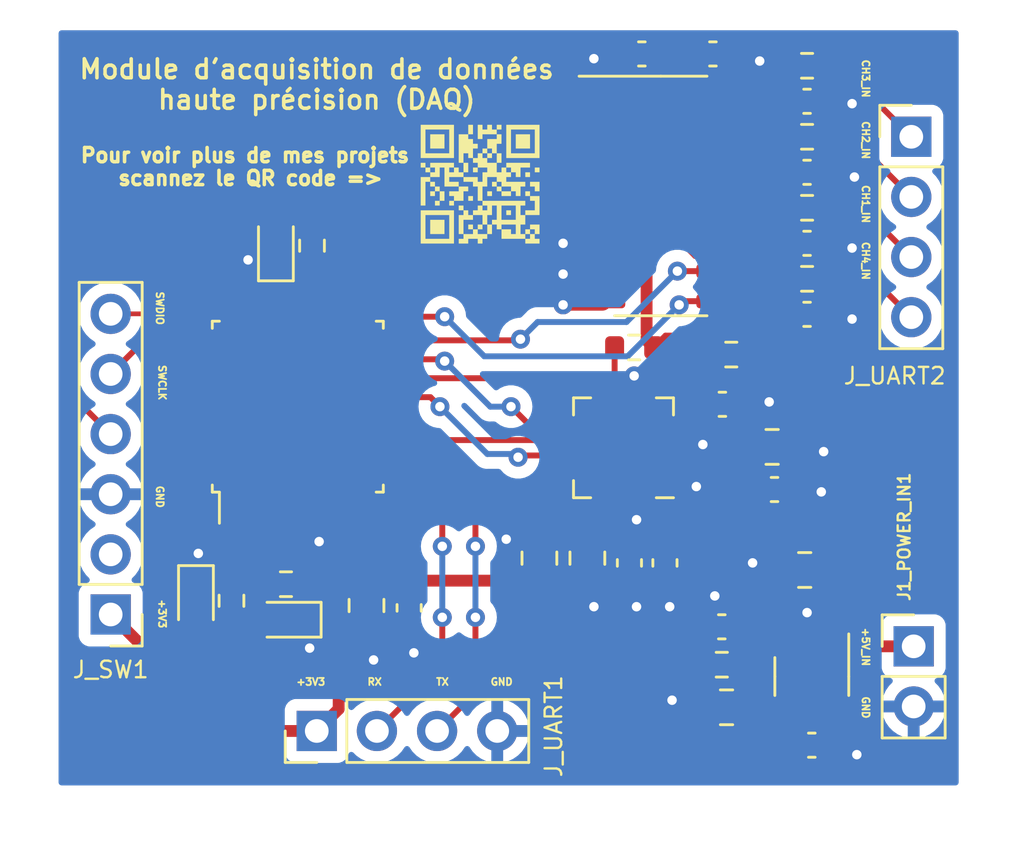
<source format=kicad_pcb>
(kicad_pcb (version 20221018) (generator pcbnew)
  (layers (0 "F.Cu" signal) (31 "B.Cu" signal) (34 "B.Paste" user) (35 "F.Paste" user) (36 "B.SilkS" user "B.Silkscreen") (37 "F.SilkS" user "F.Silkscreen") (38 "B.Mask" user) (39 "F.Mask" user) (44 "Edge.Cuts" user))
  (net 0 "")
  (net 1 "+3V3_DIG")
  (net 2 "GND")
  (net 3 "+3V3_ANA")
  (net 4 "Net-(U3-REFIO)")
  (net 5 "Net-(U3-REFCAP)")
  (net 6 "Net-(U3-AIN_P)")
  (net 7 "CH1_FILT")
  (net 8 "CH2_FILT")
  (net 9 "CH3_FILT")
  (net 10 "CH4_FILT")
  (net 11 "Net-(U1-BP)")
  (net 12 "+5V_IN")
  (net 13 "Net-(D1-A)")
  (net 14 "Net-(D2-A)")
  (net 15 "Net-(D3-A)")
  (net 17 "Net-(J_SW1-Pin_4)")
  (net 18 "Net-(J_SW1-Pin_5)")
  (net 19 "Net-(J_SW1-Pin_6)")
  (net 20 "Net-(J_UART1-Pin_2)")
  (net 21 "Net-(J_UART1-Pin_3)")
  (net 22 "Net-(U2-PC6)")
  (net 23 "Net-(U2-PC14)")
  (net 24 "Net-(U2-PC15)")
  (net 25 "MUX_OUT")
  (net 26 "Net-(U3-~{RST})")
  (net 27 "CH1_IN")
  (net 28 "CH2_IN")
  (net 29 "CH3_IN")
  (net 30 "CH4_IN")
  (net 36 "SPI_SCK")
  (net 37 "SPI_MISO")
  (net 38 "SPI_MOSI")
  (net 39 "SPI_CS_ADC")
  (net 40 "MUX_S0")
  (net 41 "MUX_S1")
  (footprint "Capacitor_SMD:C_0805_2012Metric" (layer "F.Cu") (at 123.325 95.4 -90)
    (fp_text reference "C7" hide)
    (fp_text value "4.7 µF")
  )
  (footprint "Capacitor_SMD:C_0603_1608Metric" (layer "F.Cu") (at 115.8 97.5 90)
    (fp_text reference "C1" hide)
    (fp_text value "100 nF")
  )
  (footprint "Package_TO_SOT_SMD:SOT-23-5" (layer "F.Cu") (at 132.8 100.4 -90)
    (fp_text reference "U1" hide)
    (fp_text value "LT1763‑3.3")
  )
  (footprint "Capacitor_SMD:C_0603_1608Metric" (layer "F.Cu") (at 132.6 76.1 180)
    (fp_text reference "C13" hide)
    (fp_text value "100 nF")
  )
  (footprint "Connector_PinHeader_2.54mm:PinHeader_1x04_P2.54mm_Vertical" (layer "F.Cu") (at 137 77.6)
    (fp_text reference "J_UART2")
    (fp_text value "Conn_01x04")
  )
  (footprint "Capacitor_SMD:C_0603_1608Metric" (layer "F.Cu") (at 126.6 95.6 90)
    (fp_text reference "C8" hide)
    (fp_text value "100 nF")
  )
  (footprint "Capacitor_SMD:C_0805_2012Metric" (layer "F.Cu") (at 114 97.4 -90)
    (fp_text reference "C0" hide)
    (fp_text value "4.7 µF")
  )
  (footprint "Capacitor_SMD:C_0603_1608Metric" (layer "F.Cu") (at 125.1 95.6 -90)
    (fp_text reference "C2" hide)
    (fp_text value "100 nF")
  )
  (footprint "Connector_PinHeader_2.54mm:PinHeader_1x04_P2.54mm_Vertical" (layer "F.Cu") (at 111.9 102.7 90)
    (fp_text reference "J_UART1")
    (fp_text value "Conn_01x04")
  )
  (footprint "Capacitor_SMD:C_0603_1608Metric" (layer "F.Cu") (at 128.625 74.1 180)
    (fp_text reference "Cdec1" hide)
    (fp_text value "100 nF")
  )
  (footprint "Resistor_SMD:R_0603_1608Metric" (layer "F.Cu") (at 111.7 82.2 -90)
    (fp_text reference "R1" hide)
    (fp_text value "1 kΩ")
  )
  (footprint "Connector_PinHeader_2.54mm:PinHeader_1x02_P2.54mm_Vertical" (layer "F.Cu") (at 137.1 99.125)
    (fp_text reference "J1_POWER_IN1")
    (fp_text value "Conn_01x02")
  )
  (footprint "Capacitor_SMD:C_0603_1608Metric" (layer "F.Cu") (at 131.225 92.5)
    (fp_text reference "C3" hide)
    (fp_text value "100 nF")
  )
  (footprint "Capacitor_SMD:C_0805_2012Metric" (layer "F.Cu") (at 129.2 101.7 180)
    (fp_text reference "COUT1" hide)
    (fp_text value "10 µF")
  )
  (footprint "Resistor_SMD:R_0603_1608Metric" (layer "F.Cu") (at 108.3 97.2 90)
    (fp_text reference "R2" hide)
    (fp_text value "1 kΩ")
  )
  (footprint "Connector_PinHeader_2.54mm:PinHeader_1x06_P2.54mm_Vertical" (layer "F.Cu") (at 103.2 97.78 180)
    (fp_text reference "J_SW1")
    (fp_text value "Conn_01x06")
  )
  (footprint "Capacitor_SMD:C_0603_1608Metric" (layer "F.Cu") (at 132.6 85.1 180)
    (fp_text reference "C14" hide)
    (fp_text value "100 nF")
  )
  (footprint "Capacitor_SMD:C_0603_1608Metric" (layer "F.Cu") (at 132.6 82.1 180)
    (fp_text reference "C11" hide)
    (fp_text value "100 nF")
  )
  (footprint "Resistor_SMD:R_0603_1608Metric" (layer "F.Cu") (at 129.4 86.8 180)
    (fp_text reference "R4" hide)
    (fp_text value "33 Ω")
  )
  (footprint "Resistor_SMD:R_0603_1608Metric" (layer "F.Cu") (at 132.6 83.6 180)
    (fp_text reference "R9" hide)
    (fp_text value "1 kΩ")
  )
  (footprint "LED_SMD:LED_0603_1608Metric" (layer "F.Cu") (at 110.6 98 180)
    (fp_text reference "D3" hide)
    (fp_text value "LED")
  )
  (footprint "LED_SMD:LED_0603_1608Metric" (layer "F.Cu") (at 106.8 97.2 -90)
    (fp_text reference "D2" hide)
    (fp_text value "LED")
  )
  (footprint "LED_SMD:LED_0603_1608Metric" (layer "F.Cu") (at 110.175 82.2 90)
    (fp_text reference "D1" hide)
    (fp_text value "LED")
  )
  (footprint "Capacitor_SMD:C_0603_1608Metric" (layer "F.Cu") (at 132.6 79.1 180)
    (fp_text reference "C12" hide)
    (fp_text value "100 nF")
  )
  (footprint "Resistor_SMD:R_0603_1608Metric" (layer "F.Cu") (at 132.6 77.6 180)
    (fp_text reference "R7" hide)
    (fp_text value "1 kΩ")
  )
  (footprint "Resistor_SMD:R_0603_1608Metric" (layer "F.Cu") (at 125.3 86.5)
    (fp_text reference "R5" hide)
    (fp_text value "10 kΩ")
  )
  (footprint "Resistor_SMD:R_0603_1608Metric" (layer "F.Cu") (at 110.6 96.5)
    (fp_text reference "R3" hide)
    (fp_text value "1 kΩ")
  )
  (footprint "Capacitor_SMD:C_0805_2012Metric" (layer "F.Cu") (at 121.3 95.4 90)
    (fp_text reference "C5" hide)
    (fp_text value "10 µF")
  )
  (footprint "Capacitor_SMD:C_0603_1608Metric" (layer "F.Cu") (at 132.8 103.3)
    (fp_text reference "CBYP1" hide)
    (fp_text value "10 nF")
  )
  (footprint "Resistor_SMD:R_0603_1608Metric" (layer "F.Cu") (at 132.6 74.6 180)
    (fp_text reference "R8" hide)
    (fp_text value "1 kΩ")
  )
  (footprint "Capacitor_SMD:C_0805_2012Metric" (layer "F.Cu") (at 131.125 90.7 180)
    (fp_text reference "C6" hide)
    (fp_text value "4.7 µF")
  )
  (footprint "Package_DFN_QFN:QFN-16-1EP_4x4mm_P0.65mm_EP2.7x2.7mm" (layer "F.Cu") (at 124.85 90.7375 180)
    (fp_text reference "U3" hide)
    (fp_text value "ADS8681RUM")
  )
  (footprint "Capacitor_SMD:C_0805_2012Metric" (layer "F.Cu") (at 132.5 95.9 180)
    (fp_text reference "CIN1" hide)
    (fp_text value "1 µF ")
  )
  (footprint "Capacitor_SMD:C_0603_1608Metric" (layer "F.Cu") (at 125.625 74.1 180)
    (fp_text reference "C10" hide)
    (fp_text value "100 nF")
  )
  (footprint "Package_QFP:LQFP-32_7x7mm_P0.8mm" (layer "F.Cu") (at 111.1 89 90)
    (fp_text reference "U2" hide)
    (fp_text value "STM32G0B1KBTx")
  )
  (footprint "Package_SO:SOIC-16_3.9x9.9mm_P1.27mm" (layer "F.Cu") (at 126.425 80.1)
    (fp_text reference "U5" hide)
    (fp_text value "CD4052B")
  )
  (footprint "Resistor_SMD:R_0603_1608Metric" (layer "F.Cu") (at 129 99.9 180)
    (fp_text reference "FB1" hide)
    (fp_text value "FerriteBead")
  )
  (footprint "Capacitor_SMD:C_0603_1608Metric" (layer "F.Cu") (at 129 98.3)
    (fp_text reference "C4" hide)
    (fp_text value "100 nF")
  )
  (footprint "Capacitor_SMD:C_0603_1608Metric" (layer "F.Cu") (at 129.025 88.9 180)
    (fp_text reference "C9" hide)
    (fp_text value "220 pF")
  )
  (footprint "Resistor_SMD:R_0603_1608Metric" (layer "F.Cu") (at 132.6 80.6 180)
    (fp_text reference "R6" hide)
    (fp_text value "1 kΩ")
  )
  (gr_poly (pts (xy 121.305573 80.90627) (xy 120.703483 80.90627) (xy 120.703483 80.705573) (xy 121.104877 80.705573) (xy 121.104877 80.30418) (xy 120.90418 80.30418) (xy 120.90418 80.103483) (xy 121.305573 80.103483)) (fill solid) (layer "F.SilkS"))
  (gr_poly (pts (xy 121.305573 79.1) (xy 121.104877 79.1) (xy 121.104877 78.899304) (xy 121.305573 78.899304)) (fill solid) (layer "F.SilkS"))
  (gr_poly (pts (xy 118.495821 77.494428) (xy 118.295124 77.494428) (xy 118.295124 77.093035) (xy 118.495821 77.093035)) (fill solid) (layer "F.SilkS"))
  (gr_poly (pts (xy 116.890248 80.103483) (xy 116.689552 80.103483) (xy 116.689552 79.902787) (xy 116.890248 79.902787)) (fill solid) (layer "F.SilkS"))
  (gr_poly (pts (xy 117.693035 78.899304) (xy 117.492338 78.899304) (xy 117.492338 79.1) (xy 117.693035 79.1) (xy 117.693035 78.899304) (xy 117.893731 78.899304) (xy 117.893731 79.1) (xy 118.094428 79.1) (xy 118.094428 79.300697) (xy 117.492338 79.300697) (xy 117.492338 79.501393) (xy 117.893731 79.501393) (xy 117.893731 79.70209) (xy 117.291641 79.70209) (xy 117.291641 78.899304) (xy 117.090945 78.899304) (xy 117.090945 79.300697) (xy 116.689552 79.300697) (xy 116.689552 79.1) (xy 116.488855 79.1) (xy 116.488855 78.899304) (xy 116.689552 78.899304) (xy 116.689552 79.1) (xy 116.890248 79.1) (xy 116.890248 78.899304) (xy 116.689552 78.899304) (xy 116.689552 78.698607) (xy 117.693035 78.698607)) (fill solid) (layer "F.SilkS"))
  (gr_poly (pts (xy 120.703483 80.504876) (xy 120.502787 80.504876) (xy 120.502787 80.90627) (xy 120.703483 80.90627) (xy 120.703483 81.307663) (xy 120.502787 81.307663) (xy 120.502787 81.709056) (xy 120.703483 81.709056) (xy 120.703483 81.909753) (xy 120.90418 81.909753) (xy 120.90418 81.709056) (xy 120.703483 81.709056) (xy 120.703483 81.508359) (xy 120.90418 81.508359) (xy 120.90418 81.709056) (xy 121.104877 81.709056) (xy 121.104877 81.508359) (xy 120.90418 81.508359) (xy 120.90418 81.307663) (xy 121.305573 81.307663) (xy 121.305573 81.709056) (xy 121.104877 81.709056) (xy 121.104877 81.909753) (xy 121.305573 81.909753) (xy 121.305573 82.110449) (xy 120.703483 82.110449) (xy 120.703483 81.909753) (xy 119.7 81.909753) (xy 119.7 81.508359) (xy 120.101394 81.508359) (xy 120.101394 81.709056) (xy 120.30209 81.709056) (xy 120.30209 81.307663) (xy 119.7 81.307663) (xy 119.7 81.508359) (xy 119.499304 81.508359) (xy 119.499304 81.307663) (xy 119.298607 81.307663) (xy 119.298607 81.709056) (xy 119.097911 81.709056) (xy 119.097911 81.909753) (xy 118.897214 81.909753) (xy 118.897214 82.110449) (xy 118.696517 82.110449) (xy 118.696517 81.909753) (xy 118.295124 81.909753) (xy 118.295124 82.110449) (xy 117.893731 82.110449) (xy 117.893731 81.909753) (xy 118.094428 81.909753) (xy 118.094428 81.709056) (xy 118.495821 81.709056) (xy 118.495821 81.508359) (xy 118.696517 81.508359) (xy 118.696517 81.709056) (xy 119.097911 81.709056) (xy 119.097911 81.307663) (xy 119.298607 81.307663) (xy 119.298607 81.106966) (xy 119.499304 81.106966) (xy 119.499304 80.504876) (xy 119.7 80.504876) (xy 119.7 81.106966) (xy 120.30209 81.106966) (xy 120.30209 80.504876) (xy 119.7 80.504876) (xy 119.499304 80.504876) (xy 119.298607 80.504876) (xy 119.298607 80.90627) (xy 119.097911 80.90627) (xy 119.097911 81.307663) (xy 118.897214 81.307663) (xy 118.897214 80.90627) (xy 118.495821 80.90627) (xy 118.495821 81.106966) (xy 118.094428 81.106966) (xy 118.094428 81.709056) (xy 117.893731 81.709056) (xy 117.893731 80.90627) (xy 118.094428 80.90627) (xy 118.094428 80.705573) (xy 118.295124 80.705573) (xy 118.295124 80.90627) (xy 118.495821 80.90627) (xy 118.495821 80.705573) (xy 118.696517 80.705573) (xy 118.696517 80.504876) (xy 118.897214 80.504876) (xy 118.897214 80.705573) (xy 119.097911 80.705573) (xy 119.097911 80.504876) (xy 118.897214 80.504876) (xy 118.897214 80.30418) (xy 120.703483 80.30418)) (fill solid) (layer "F.SilkS"))
  (gr_poly (pts (xy 120.90418 79.300697) (xy 120.703483 79.300697) (xy 120.703483 79.1) (xy 120.90418 79.1)) (fill solid) (layer "F.SilkS"))
  (gr_poly (pts (xy 121.305573 78.497911) (xy 119.900697 78.497911) (xy 119.900697 77.293731) (xy 120.101394 77.293731) (xy 120.101394 78.297214) (xy 121.104876 78.297214) (xy 121.104876 77.293731) (xy 120.101394 77.293731) (xy 119.900697 77.293731) (xy 119.900697 77.093035) (xy 121.305573 77.093035)) (fill solid) (layer "F.SilkS"))
  (gr_poly (pts (xy 121.305573 79.902787) (xy 121.104877 79.902787) (xy 121.104877 79.70209) (xy 120.90418 79.70209) (xy 120.90418 79.501393) (xy 121.305573 79.501393)) (fill solid) (layer "F.SilkS"))
  (gr_poly (pts (xy 118.094428 80.705573) (xy 117.893731 80.705573) (xy 117.893731 80.504876) (xy 118.094428 80.504876)) (fill solid) (layer "F.SilkS"))
  (gr_poly (pts (xy 116.890248 79.70209) (xy 116.689552 79.70209) (xy 116.689552 79.501393) (xy 116.890248 79.501393)) (fill solid) (layer "F.SilkS"))
  (gr_poly (pts (xy 118.897214 81.508359) (xy 118.696517 81.508359) (xy 118.696517 81.307663) (xy 118.897214 81.307663)) (fill solid) (layer "F.SilkS"))
  (gr_poly (pts (xy 120.90418 80.103483) (xy 120.703483 80.103483) (xy 120.703483 79.902787) (xy 120.90418 79.902787)) (fill solid) (layer "F.SilkS"))
  (gr_poly (pts (xy 116.689552 79.501393) (xy 116.488855 79.501393) (xy 116.488855 80.504876) (xy 116.288159 80.504876) (xy 116.288159 79.300697) (xy 116.689552 79.300697)) (fill solid) (layer "F.SilkS"))
  (gr_poly (pts (xy 119.298607 80.103483) (xy 119.097911 80.103483) (xy 119.097911 79.902787) (xy 119.298607 79.902787)) (fill solid) (layer "F.SilkS"))
  (gr_poly (pts (xy 118.295124 79.1) (xy 118.094428 79.1) (xy 118.094428 78.698607) (xy 118.295124 78.698607)) (fill solid) (layer "F.SilkS"))
  (gr_poly (pts (xy 119.7 77.895821) (xy 119.499304 77.895821) (xy 119.499304 78.297214) (xy 119.298607 78.297214) (xy 119.298607 78.096517) (xy 119.097911 78.096517) (xy 119.097911 78.297214) (xy 118.897214 78.297214) (xy 118.897214 78.497911) (xy 119.097911 78.497911) (xy 119.097911 78.698607) (xy 119.499304 78.698607) (xy 119.499304 78.297214) (xy 119.7 78.297214) (xy 119.7 78.698607) (xy 119.499304 78.698607) (xy 119.499304 79.1) (xy 119.7 79.1) (xy 119.7 78.899304) (xy 119.900697 78.899304) (xy 119.900697 79.1) (xy 120.101394 79.1) (xy 120.101394 78.899304) (xy 119.900697 78.899304) (xy 119.900697 78.698607) (xy 120.90418 78.698607) (xy 120.90418 78.899304) (xy 120.502787 78.899304) (xy 120.502787 79.300697) (xy 120.30209 79.300697) (xy 120.30209 79.1) (xy 120.101394 79.1) (xy 120.101394 79.300697) (xy 119.900697 79.300697) (xy 119.900697 79.501393) (xy 120.703483 79.501393) (xy 120.703483 79.70209) (xy 120.502787 79.70209) (xy 120.502787 80.103483) (xy 120.30209 80.103483) (xy 120.30209 79.902787) (xy 120.101394 79.902787) (xy 120.101394 80.103483) (xy 119.7 80.103483) (xy 119.7 79.902787) (xy 119.499304 79.902787) (xy 119.499304 79.70209) (xy 119.298607 79.70209) (xy 119.298607 79.501393) (xy 119.499304 79.501393) (xy 119.499304 79.70209) (xy 119.7 79.70209) (xy 119.7 79.902787) (xy 120.101394 79.902787) (xy 120.101394 79.70209) (xy 119.7 79.70209) (xy 119.7 79.501393) (xy 119.499304 79.501393) (xy 119.499304 79.300697) (xy 119.097911 79.300697) (xy 119.097911 79.70209) (xy 118.897214 79.70209) (xy 118.897214 80.30418) (xy 118.696517 80.30418) (xy 118.696517 79.70209) (xy 118.495821 79.70209) (xy 118.495821 79.501393) (xy 118.094428 79.501393) (xy 118.094428 79.300697) (xy 118.696517 79.300697) (xy 118.696517 79.501393) (xy 118.897214 79.501393) (xy 118.897214 79.1) (xy 119.097911 79.1) (xy 119.097911 78.899304) (xy 118.696517 78.899304) (xy 118.696517 78.698607) (xy 118.495821 78.698607) (xy 118.495821 78.497911) (xy 118.696517 78.497911) (xy 118.696517 78.297214) (xy 118.897214 78.297214) (xy 118.897214 78.096517) (xy 119.097911 78.096517) (xy 119.097911 77.695124) (xy 119.499304 77.695124) (xy 119.499304 77.494428) (xy 119.7 77.494428)) (fill solid) (layer "F.SilkS"))
  (gr_poly (pts (xy 116.488855 78.899304) (xy 116.288159 78.899304) (xy 116.288159 78.698607) (xy 116.488855 78.698607)) (fill solid) (layer "F.SilkS"))
  (gr_poly (pts (xy 118.495821 80.30418) (xy 118.295124 80.30418) (xy 118.295124 80.103483) (xy 118.495821 80.103483)) (fill solid) (layer "F.SilkS"))
  (gr_poly (pts (xy 118.696517 79.1) (xy 118.495821 79.1) (xy 118.495821 78.899304) (xy 118.696517 78.899304)) (fill solid) (layer "F.SilkS"))
  (gr_poly (pts (xy 117.291641 81.709056) (xy 116.689552 81.709056) (xy 116.689552 81.106966) (xy 117.291641 81.106966)) (fill solid) (layer "F.SilkS"))
  (gr_poly (pts (xy 118.295124 79.902787) (xy 118.094428 79.902787) (xy 118.094428 80.30418) (xy 117.693035 80.30418) (xy 117.693035 80.103483) (xy 117.492338 80.103483) (xy 117.492338 79.902787) (xy 117.893731 79.902787) (xy 117.893731 79.70209) (xy 118.295124 79.70209)) (fill solid) (layer "F.SilkS"))
  (gr_poly (pts (xy 120.101394 80.90627) (xy 119.900697 80.90627) (xy 119.900697 80.705573) (xy 120.101394 80.705573)) (fill solid) (layer "F.SilkS"))
  (gr_poly (pts (xy 119.7 77.293731) (xy 119.499304 77.293731) (xy 119.499304 77.093035) (xy 119.7 77.093035)) (fill solid) (layer "F.SilkS"))
  (gr_poly (pts (xy 118.897214 77.293731) (xy 119.097911 77.293731) (xy 119.097911 77.093035) (xy 119.298607 77.093035) (xy 119.298607 77.293731) (xy 119.499304 77.293731) (xy 119.499304 77.494428) (xy 118.897214 77.494428) (xy 118.897214 77.695124) (xy 118.696517 77.695124) (xy 118.696517 77.093035) (xy 118.897214 77.093035)) (fill solid) (layer "F.SilkS"))
  (gr_poly (pts (xy 120.90418 77.494428) (xy 120.90418 78.096517) (xy 120.30209 78.096517) (xy 120.30209 77.494428)) (fill solid) (layer "F.SilkS"))
  (gr_poly (pts (xy 117.291641 78.096517) (xy 116.689552 78.096517) (xy 116.689552 77.494428) (xy 117.291641 77.494428)) (fill solid) (layer "F.SilkS"))
  (gr_poly (pts (xy 117.693035 82.110449) (xy 116.288159 82.110449) (xy 116.288159 80.90627) (xy 116.488855 80.90627) (xy 116.488855 81.909752) (xy 117.492338 81.909752) (xy 117.492338 80.90627) (xy 116.488855 80.90627) (xy 116.288159 80.90627) (xy 116.288159 80.705573) (xy 117.693035 80.705573)) (fill solid) (layer "F.SilkS"))
  (gr_poly (pts (xy 117.090945 79.902787) (xy 116.890248 79.902787) (xy 116.890248 79.70209) (xy 117.090945 79.70209)) (fill solid) (layer "F.SilkS"))
  (gr_poly (pts (xy 118.495821 81.508359) (xy 118.295124 81.508359) (xy 118.295124 81.307663) (xy 118.495821 81.307663)) (fill solid) (layer "F.SilkS"))
  (gr_poly (pts (xy 117.693035 78.497911) (xy 116.288159 78.497911) (xy 116.288159 77.293731) (xy 116.488855 77.293731) (xy 116.488855 78.297214) (xy 117.492338 78.297214) (xy 117.492338 77.293731) (xy 116.488855 77.293731) (xy 116.288159 77.293731) (xy 116.288159 77.093035) (xy 117.693035 77.093035)) (fill solid) (layer "F.SilkS"))
  (gr_poly (pts (xy 119.298607 78.497911) (xy 119.097911 78.497911) (xy 119.097911 78.297214) (xy 119.298607 78.297214)) (fill solid) (layer "F.SilkS"))
  (gr_poly (pts (xy 117.090945 80.504876) (xy 116.890248 80.504876) (xy 116.890248 80.30418) (xy 117.090945 80.30418)) (fill solid) (layer "F.SilkS"))
  (gr_poly (pts (xy 117.291641 80.30418) (xy 117.090945 80.30418) (xy 117.090945 79.902787) (xy 117.291641 79.902787)) (fill solid) (layer "F.SilkS"))
  (gr_poly (pts (xy 118.295124 77.695124) (xy 118.495821 77.695124) (xy 118.495821 77.895821) (xy 118.696517 77.895821) (xy 118.696517 78.096517) (xy 118.495821 78.096517) (xy 118.495821 78.497911) (xy 118.295124 78.497911) (xy 118.295124 78.297214) (xy 118.094428 78.297214) (xy 118.094428 78.698607) (xy 117.893731 78.698607) (xy 117.893731 77.494428) (xy 118.295124 77.494428)) (fill solid) (layer "F.SilkS"))
  (gr_poly (pts (xy 117.693035 80.504876) (xy 117.492338 80.504876) (xy 117.492338 80.30418) (xy 117.693035 80.30418)) (fill solid) (layer "F.SilkS"))
  (gr_text "GND" (at 134.9 101.2 270) (layer "F.SilkS") (effects (font (size 0.3 0.3) (thickness 0.075)) (justify left bottom)))
  (gr_text "+5V_IN\n" (at 134.9 98.3 270) (layer "F.SilkS") (effects (font (size 0.3 0.3) (thickness 0.075)) (justify left bottom)))
  (gr_text "TX" (at 116.9 100.8) (layer "F.SilkS") (effects (font (size 0.3 0.3) (thickness 0.075)) (justify left bottom)))
  (gr_text "CH4_IN" (at 134.9 82 270) (layer "F.SilkS") (effects (font (size 0.3 0.3) (thickness 0.075)) (justify left bottom)))
  (gr_text "CH1_IN" (at 134.9 79.6 -90) (layer "F.SilkS") (effects (font (size 0.3 0.3) (thickness 0.075)) (justify left bottom)))
  (gr_text "CH2_IN" (at 134.9 76.9 270) (layer "F.SilkS") (effects (font (size 0.3 0.3) (thickness 0.075)) (justify left bottom)))
  (gr_text "+3V3" (at 105.2 97.1 -90) (layer "F.SilkS") (effects (font (size 0.3 0.3) (thickness 0.075)) (justify left bottom)))
  (gr_text "RX" (at 114 100.8) (layer "F.SilkS") (effects (font (size 0.3 0.3) (thickness 0.075)) (justify left bottom)))
  (gr_text "SWDIO" (at 105.1 84.1 270) (layer "F.SilkS") (effects (font (size 0.3 0.3) (thickness 0.075)) (justify left bottom)))
  (gr_text "GND" (at 105.1 92.3 -90) (layer "F.SilkS") (effects (font (size 0.3 0.3) (thickness 0.075)) (justify left bottom)))
  (gr_text "SWCLK" (at 105.2 87.2 270) (layer "F.SilkS") (effects (font (size 0.3 0.3) (thickness 0.075)) (justify left bottom)))
  (gr_text "Pour voir plus de mes projets \nscannez le QR code =>" (at 109.1 79.7) (layer "F.SilkS") (effects (font (size 0.6 0.6)) (justify bottom)))
  (gr_text "+3V3" (at 111 100.8) (layer "F.SilkS") (effects (font (size 0.3 0.3) (thickness 0.075)) (justify left bottom)))
  (gr_text "CH3_IN" (at 134.9 74.3 270) (layer "F.SilkS") (effects (font (size 0.3 0.3) (thickness 0.075)) (justify left bottom)))
  (gr_text "Module d'acquisition de données \nhaute précision (DAQ) " (at 112.2 76.5) (layer "F.SilkS") (effects (font (size 0.8 0.8)) (justify bottom)))
  (gr_text "GND" (at 119.2 100.8) (layer "F.SilkS") (effects (font (size 0.3 0.3) (thickness 0.075)) (justify left bottom)))
  (segment (start 116.075 96.35) (end 115.8 96.625) (width 0.5) (layer "F.Cu") (net 1))
  (segment (start 121.025 96.625) (end 121.3 96.35) (width 0.5) (layer "F.Cu") (net 1))
  (segment (start 121.3 96.35) (end 116.075 96.35) (width 0.5) (layer "F.Cu") (net 1))
  (segment (start 115.8 96.625) (end 114.175 96.625) (width 0.5) (layer "F.Cu") (net 1))
  (segment (start 111.647918 95.55) (end 113.1 95.55) (width 0.5) (layer "F.Cu") (net 1))
  (segment (start 121.3 96.35) (end 123.25 98.3) (width 0.5) (layer "F.Cu") (net 1))
  (segment (start 110.7 93.175) (end 110.7 94.602082) (width 0.5) (layer "F.Cu") (net 1))
  (segment (start 110.7 94.602082) (end 111.647918 95.55) (width 0.5) (layer "F.Cu") (net 1))
  (segment (start 114.175 96.625) (end 114 96.45) (width 0.5) (layer "F.Cu") (net 1))
  (segment (start 112.825 97.625) (end 112.825 101.775) (width 0.5) (layer "F.Cu") (net 1))
  (segment (start 108.12 102.7) (end 103.2 97.78) (width 0.5) (layer "F.Cu") (net 1))
  (segment (start 113.1 95.55) (end 114 96.45) (width 0.5) (layer "F.Cu") (net 1))
  (segment (start 128.175 99.9) (end 128.175 98.35) (width 0.5) (layer "F.Cu") (net 1))
  (segment (start 112.825 101.775) (end 111.9 102.7) (width 0.5) (layer "F.Cu") (net 1))
  (segment (start 113.55 96.45) (end 114 96.45) (width 0.5) (layer "F.Cu") (net 1))
  (segment (start 114 96.45) (end 113.908362 96.45) (width 0.5) (layer "F.Cu") (net 1))
  (segment (start 123.25 98.3) (end 128.225 98.3) (width 0.5) (layer "F.Cu") (net 1))
  (segment (start 128.175 98.35) (end 128.225 98.3) (width 0.5) (layer "F.Cu") (net 1))
  (segment (start 114 96.45) (end 112.825 97.625) (width 0.5) (layer "F.Cu") (net 1))
  (segment (start 111.9 102.7) (end 108.12 102.7) (width 0.5) (layer "F.Cu") (net 1))
  (segment (start 130.3 74.1) (end 130.6 74.4) (width 0.8) (layer "F.Cu") (net 2))
  (segment (start 132 92.5) (end 133.1 92.5) (width 0.8) (layer "F.Cu") (net 2))
  (segment (start 125.175 88.775) (end 125.175 87.825) (width 0.5) (layer "F.Cu") (net 2))
  (segment (start 115.8 98.175) (end 115.8 99.2) (width 0.8) (layer "F.Cu") (net 2))
  (segment (start 125.4 97.4505) (end 125.1 97.1505) (width 0.8) (layer "F.Cu") (net 2))
  (segment (start 129.775 98.3) (end 129.775 98.065548) (width 0.5) (layer "F.Cu") (net 2))
  (segment (start 128.0125 90.4125) (end 126.8125 90.4125) (width 0.5) (layer "F.Cu") (net 2))
  (segment (start 114 99.4) (end 114.3 99.7) (width 0.8) (layer "F.Cu") (net 2))
  (segment (start 130.9 88.9) (end 131 88.8) (width 0.8) (layer "F.Cu") (net 2))
  (segment (start 133.1 92.5) (end 133.2 92.6) (width 0.8) (layer "F.Cu") (net 2))
  (segment (start 126.8 97.4505) (end 126.6 97.2505) (width 0.8) (layer "F.Cu") (net 2))
  (segment (start 111.3875 98) (end 111.3875 98.9875) (width 0.8) (layer "F.Cu") (net 2))
  (segment (start 111.3875 98.9875) (end 111.6 99.2) (width 0.8) (layer "F.Cu") (net 2))
  (segment (start 122.395 82.005) (end 122.3 82.1) (width 0.8) (layer "F.Cu") (net 2))
  (segment (start 133.375 79.1) (end 134.4 79.1) (width 0.8) (layer "F.Cu") (net 2))
  (segment (start 126.6 97.2505) (end 126.6 96.375) (width 0.8) (layer "F.Cu") (net 2))
  (segment (start 122.425 83.275) (end 122.3 83.4) (width 0.8) (layer "F.Cu") (net 2))
  (segment (start 114 98.35) (end 114 99.4) (width 0.8) (layer "F.Cu") (net 2))
  (segment (start 133.1 90.7) (end 133.3 90.9) (width 0.8) (layer "F.Cu") (net 2))
  (segment (start 122.455 84.545) (end 122.3 84.7) (width 0.8) (layer "F.Cu") (net 2))
  (segment (start 129.775 98.065548) (end 128.704726 96.995274) (width 0.5) (layer "F.Cu") (net 2))
  (segment (start 134.3 82.1) (end 134.5 82.3) (width 0.8) (layer "F.Cu") (net 2))
  (segment (start 123.95 82.005) (end 122.395 82.005) (width 0.8) (layer "F.Cu") (net 2))
  (segment (start 106.8 95.3) (end 106.9 95.2) (width 0.8) (layer "F.Cu") (net 2))
  (segment (start 132.075 90.7) (end 133.1 90.7) (width 0.8) (layer "F.Cu") (net 2))
  (segment (start 123.95 84.545) (end 122.455 84.545) (width 0.8) (layer "F.Cu") (net 2))
  (segment (start 106.8 96.4125) (end 106.8 95.3) (width 0.8) (layer "F.Cu") (net 2))
  (segment (start 134.4 79.1) (end 134.6 79.3) (width 0.8) (layer "F.Cu") (net 2))
  (segment (start 125.1 97.1505) (end 125.1 96.375) (width 0.8) (layer "F.Cu") (net 2))
  (segment (start 123.95 83.275) (end 122.425 83.275) (width 0.8) (layer "F.Cu") (net 2))
  (segment (start 110.175 82.9875) (end 109.1875 82.9875) (width 0.5) (layer "F.Cu") (net 2))
  (segment (start 126.8125 91.7125) (end 127.262596 91.7125) (width 0.5) (layer "F.Cu") (net 2))
  (segment (start 125.175 93.550049) (end 125.401152 93.776201) (width 0.25) (layer "F.Cu") (net 2))
  (segment (start 115.8 99.2) (end 116 99.4) (width 0.8) (layer "F.Cu") (net 2))
  (segment (start 111.5 94.2) (end 112 94.7) (width 0.5) (layer "F.Cu") (net 2))
  (segment (start 123.325 96.35) (end 123.325 97.173624) (width 0.8) (layer "F.Cu") (net 2))
  (segment (start 128.2 90.6) (end 128.0125 90.4125) (width 0.5) (layer "F.Cu") (net 2))
  (segment (start 132.8 97.9) (end 132.6 97.7) (width 0.5) (layer "F.Cu") (net 2))
  (segment (start 124.85 90.7375) (end 125.175 90.4125) (width 0.5) (layer "F.Cu") (net 2))
  (segment (start 125.175 90.4125) (end 125.175 88.775) (width 0.5) (layer "F.Cu") (net 2))
  (segment (start 134.3 103.3) (end 134.7 103.7) (width 0.5) (layer "F.Cu") (net 2))
  (segment (start 123.8 74.1) (end 123.6 74.3) (width 0.8) (layer "F.Cu") (net 2))
  (segment (start 129.8 88.9) (end 130.9 88.9) (width 0.8) (layer "F.Cu") (net 2))
  (segment (start 121.3 94.45) (end 120.05 94.45) (width 0.8) (layer "F.Cu") (net 2))
  (segment (start 125.175 92.7) (end 125.175 93.550049) (width 0.25) (layer "F.Cu") (net 2))
  (segment (start 132.8 99.2625) (end 132.8 97.9) (width 0.5) (layer "F.Cu") (net 2))
  (segment (start 125.175 87.825) (end 125.3 87.7) (width 0.5) (layer "F.Cu") (net 2))
  (segment (start 133.575 103.3) (end 134.3 103.3) (width 0.5) (layer "F.Cu") (net 2))
  (segment (start 123.325 97.173624) (end 123.600938 97.449562) (width 0.8) (layer "F.Cu") (net 2))
  (segment (start 127.2 101.7) (end 126.9 101.4) (width 0.5) (layer "F.Cu") (net 2))
  (segment (start 124.85 74.1) (end 123.8 74.1) (width 0.8) (layer "F.Cu") (net 2))
  (segment (start 111.5 93.175) (end 111.5 94.2) (width 0.5) (layer "F.Cu") (net 2))
  (segment (start 127.262596 91.7125) (end 127.925048 92.374952) (width 0.5) (layer "F.Cu") (net 2))
  (segment (start 133.375 85.1) (end 134.3 85.1) (width 0.8) (layer "F.Cu") (net 2))
  (segment (start 129.4 74.1) (end 130.3 74.1) (width 0.8) (layer "F.Cu") (net 2))
  (segment (start 134.3 85.1) (end 134.5 85.3) (width 0.8) (layer "F.Cu") (net 2))
  (segment (start 133.375 76.1) (end 134.4 76.1) (width 0.8) (layer "F.Cu") (net 2))
  (segment (start 130.3 95.6) (end 131.25 95.6) (width 0.5) (layer "F.Cu") (net 2))
  (segment (start 120.05 94.45) (end 119.9 94.6) (width 0.8) (layer "F.Cu") (net 2))
  (segment (start 109.1875 82.9875) (end 109 82.8) (width 0.5) (layer "F.Cu") (net 2))
  (segment (start 133.375 82.1) (end 134.3 82.1) (width 0.8) (layer "F.Cu") (net 2))
  (segment (start 128.25 101.7) (end 127.2 101.7) (width 0.5) (layer "F.Cu") (net 2))
  (segment (start 131.25 95.6) (end 131.55 95.9) (width 0.5) (layer "F.Cu") (net 2))
  (segment (start 134.4 76.1) (end 134.5 76.2) (width 0.8) (layer "F.Cu") (net 2))
  (via (at 116 99.4) (size 0.8) (drill 0.4) (layers "F.Cu" "B.Cu") (net 2))
  (via (at 125.4 97.4505) (size 0.8) (drill 0.4) (layers "F.Cu" "B.Cu") (net 2))
  (via (at 128.2 90.6) (size 0.8) (drill 0.4) (layers "F.Cu" "B.Cu") (net 2))
  (via (at 130.3 95.6) (size 0.8) (drill 0.4) (layers "F.Cu" "B.Cu") (net 2))
  (via (at 122.3 82.1) (size 0.8) (drill 0.4) (layers "F.Cu" "B.Cu") (net 2))
  (via (at 122.3 84.7) (size 0.8) (drill 0.4) (layers "F.Cu" "B.Cu") (net 2))
  (via (at 111.6 99.2) (size 0.8) (drill 0.4) (layers "F.Cu" "B.Cu") (net 2))
  (via (at 125.3 87.7) (size 0.8) (drill 0.4) (layers "F.Cu" "B.Cu") (net 2))
  (via (at 123.6 74.3) (size 0.8) (drill 0.4) (layers "F.Cu" "B.Cu") (net 2))
  (via (at 122.3 83.4) (size 0.8) (drill 0.4) (layers "F.Cu" "B.Cu") (net 2))
  (via (at 133.3 90.9) (size 0.8) (drill 0.4) (layers "F.Cu" "B.Cu") (net 2))
  (via (at 133.2 92.6) (size 0.8) (drill 0.4) (layers "F.Cu" "B.Cu") (net 2))
  (via (at 123.600938 97.449562) (size 0.8) (drill 0.4) (layers "F.Cu" "B.Cu") (net 2))
  (via (at 106.9 95.2) (size 0.8) (drill 0.4) (layers "F.Cu" "B.Cu") (net 2))
  (via (at 134.5 82.3) (size 0.8) (drill 0.4) (layers "F.Cu" "B.Cu") (net 2))
  (via (at 109 82.8) (size 0.8) (drill 0.4) (layers "F.Cu" "B.Cu") (net 2))
  (via (at 127.925048 92.374952) (size 0.8) (drill 0.4) (layers "F.Cu" "B.Cu") (net 2))
  (via (at 112 94.7) (size 0.8) (drill 0.4) (layers "F.Cu" "B.Cu") (net 2))
  (via (at 126.8 97.4505) (size 0.8) (drill 0.4) (layers "F.Cu" "B.Cu") (net 2))
  (via (at 134.7 103.7) (size 0.8) (drill 0.4) (layers "F.Cu" "B.Cu") (net 2))
  (via (at 131 88.8) (size 0.8) (drill 0.4) (layers "F.Cu" "B.Cu") (net 2))
  (via (at 119.9 94.6) (size 0.8) (drill 0.4) (layers "F.Cu" "B.Cu") (net 2))
  (via (at 132.6 97.7) (size 0.8) (drill 0.4) (layers "F.Cu" "B.Cu") (net 2))
  (via (at 114.3 99.7) (size 0.8) (drill 0.4) (layers "F.Cu" "B.Cu") (net 2))
  (via (at 134.5 76.2) (size 0.8) (drill 0.4) (layers "F.Cu" "B.Cu") (net 2))
  (via (at 134.6 79.3) (size 0.8) (drill 0.4) (layers "F.Cu" "B.Cu") (net 2))
  (via (at 128.704726 96.995274) (size 0.8) (drill 0.4) (layers "F.Cu" "B.Cu") (net 2))
  (via (at 134.5 85.3) (size 0.8) (drill 0.4) (layers "F.Cu" "B.Cu") (net 2))
  (via (at 130.6 74.4) (size 0.8) (drill 0.4) (layers "F.Cu" "B.Cu") (net 2))
  (via (at 125.401152 93.776201) (size 0.8) (drill 0.4) (layers "F.Cu" "B.Cu") (net 2))
  (via (at 126.9 101.4) (size 0.8) (drill 0.4) (layers "F.Cu" "B.Cu") (net 2))
  (segment (start 133.75 101.5375) (end 132.6375 100.425) (width 0.5) (layer "F.Cu") (net 3))
  (segment (start 126.4 74.1) (end 127.85 74.1) (width 0.5) (layer "F.Cu") (net 3))
  (segment (start 126.6 94.825) (end 126.625 94.8) (width 0.5) (layer "F.Cu") (net 3))
  (segment (start 127 94.425) (end 126.6 94.825) (width 0.5) (layer "F.Cu") (net 3))
  (segment (start 125.825 77.675) (end 125.825 86.2) (width 0.5) (layer "F.Cu") (net 3))
  (segment (start 129.4 86.401996) (end 129.4 87.198004) (width 0.25) (layer "F.Cu") (net 3))
  (segment (start 130.276996 88.075) (end 131.92478 88.075) (width 0.25) (layer "F.Cu") (net 3))
  (segment (start 124.725 94.45) (end 123.325 94.45) (width 0.5) (layer "F.Cu") (net 3))
  (segment (start 125.1 94.825) (end 124.725 94.45) (width 0.5) (layer "F.Cu") (net 3))
  (segment (start 134.150001 92.852081) (end 132.577082 94.425) (width 0.5) (layer "F.Cu") (net 3))
  (segment (start 129.4 87.198004) (end 130.276996 88.075) (width 0.25) (layer "F.Cu") (net 3))
  (segment (start 130.9 99.9) (end 129.825 99.9) (width 0.5) (layer "F.Cu") (net 3))
  (segment (start 126.625 86) (end 128.998004 86) (width 0.25) (layer "F.Cu") (net 3))
  (segment (start 124.525 93.25) (end 123.325 94.45) (width 0.5) (layer "F.Cu") (net 3))
  (segment (start 131.425 100.425) (end 130.15 101.7) (width 0.5) (layer "F.Cu") (net 3))
  (segment (start 134.150001 90.300221) (end 134.150001 92.852081) (width 0.5) (layer "F.Cu") (net 3))
  (segment (start 132.6375 100.425) (end 131.425 100.425) (width 0.5) (layer "F.Cu") (net 3))
  (segment (start 127.85 74.1) (end 127.85 74.605) (width 0.5) (layer "F.Cu") (net 3))
  (segment (start 127.335828 94.425) (end 127 94.425) (width 0.5) (layer "F.Cu") (net 3))
  (segment (start 125.825 77.675) (end 127.845 75.655) (width 0.5) (layer "F.Cu") (net 3))
  (segment (start 131.425 100.425) (end 130.9 99.9) (width 0.5) (layer "F.Cu") (net 3))
  (segment (start 131.92478 88.075) (end 134.150001 90.300221) (width 0.25) (layer "F.Cu") (net 3))
  (segment (start 126.6 94.825) (end 125.1 94.825) (width 0.5) (layer "F.Cu") (net 3))
  (segment (start 124.525 92.7) (end 124.525 93.25) (width 0.5) (layer "F.Cu") (net 3))
  (segment (start 125.825 92.7) (end 126.625 93.5) (width 0.5) (layer "F.Cu") (net 3))
  (segment (start 126.125 86.5) (end 126.625 86) (width 0.25) (layer "F.Cu") (net 3))
  (segment (start 126.625 94.8) (end 126.625 93.5) (width 0.5) (layer "F.Cu") (net 3))
  (segment (start 127.85 74.605) (end 128.9 75.655) (width 0.5) (layer "F.Cu") (net 3))
  (segment (start 130.9 99.9) (end 130.9 97.989172) (width 0.5) (layer "F.Cu") (net 3))
  (segment (start 130.9 97.989172) (end 127.335828 94.425) (width 0.5) (layer "F.Cu") (net 3))
  (segment (start 128.998004 86) (end 129.4 86.401996) (width 0.25) (layer "F.Cu") (net 3))
  (segment (start 125.825 86.2) (end 126.125 86.5) (width 0.5) (layer "F.Cu") (net 3))
  (segment (start 127.845 75.655) (end 128.9 75.655) (width 0.5) (layer "F.Cu") (net 3))
  (segment (start 132.577082 94.425) (end 127.335828 94.425) (width 0.5) (layer "F.Cu") (net 3))
  (segment (start 126.8125 91.0625) (end 127.637195 91.0625) (width 0.25) (layer "F.Cu") (net 4))
  (segment (start 127.637195 91.0625) (end 129.074695 92.5) (width 0.25) (layer "F.Cu") (net 4))
  (segment (start 129.074695 92.5) (end 130.45 92.5) (width 0.25) (layer "F.Cu") (net 4))
  (segment (start 129.2375 89.7625) (end 130.175 90.7) (width 0.25) (layer "F.Cu") (net 5))
  (segment (start 126.8125 89.7625) (end 129.2375 89.7625) (width 0.25) (layer "F.Cu") (net 5))
  (segment (start 128.25 87.125) (end 128.25 88.9) (width 0.25) (layer "F.Cu") (net 6))
  (segment (start 128.575 86.8) (end 128.25 87.125) (width 0.25) (layer "F.Cu") (net 6))
  (segment (start 125.95 88.9) (end 125.825 88.775) (width 0.25) (layer "F.Cu") (net 6))
  (segment (start 128.25 88.9) (end 125.95 88.9) (width 0.25) (layer "F.Cu") (net 6))
  (segment (start 131.775 80.6) (end 129.035 80.6) (width 0.25) (layer "F.Cu") (net 7))
  (segment (start 131.775 82.05) (end 131.825 82.1) (width 0.25) (layer "F.Cu") (net 7))
  (segment (start 129.035 80.6) (end 128.9 80.735) (width 0.25) (layer "F.Cu") (net 7))
  (segment (start 131.775 80.6) (end 131.775 82.05) (width 0.25) (layer "F.Cu") (net 7))
  (segment (start 129.495 77.6) (end 128.9 78.195) (width 0.25) (layer "F.Cu") (net 8))
  (segment (start 131.775 79.05) (end 131.825 79.1) (width 0.25) (layer "F.Cu") (net 8))
  (segment (start 131.775 77.6) (end 131.775 79.05) (width 0.25) (layer "F.Cu") (net 8))
  (segment (start 131.775 77.6) (end 129.495 77.6) (width 0.25) (layer "F.Cu") (net 8))
  (segment (start 131 76.925) (end 128.9 76.925) (width 0.25) (layer "F.Cu") (net 9))
  (segment (start 131.775 76.05) (end 131.825 76.1) (width 0.25) (layer "F.Cu") (net 9))
  (segment (start 131.775 74.6) (end 131.775 76.05) (width 0.25) (layer "F.Cu") (net 9))
  (segment (start 131.825 76.1) (end 131 76.925) (width 0.25) (layer "F.Cu") (net 9))
  (segment (start 131.775 85.05) (end 131.825 85.1) (width 0.25) (layer "F.Cu") (net 10))
  (segment (start 130.18 82.005) (end 131.775 83.6) (width 0.25) (layer "F.Cu") (net 10))
  (segment (start 128.9 82.005) (end 130.18 82.005) (width 0.25) (layer "F.Cu") (net 10))
  (segment (start 131.775 83.6) (end 131.775 85.05) (width 0.25) (layer "F.Cu") (net 10))
  (segment (start 132.025 103.3) (end 132.025 101.7125) (width 0.25) (layer "F.Cu") (net 11))
  (segment (start 132.025 101.7125) (end 131.85 101.5375) (width 0.25) (layer "F.Cu") (net 11))
  (segment (start 137.1 99.125) (end 133.8875 99.125) (width 0.5) (layer "F.Cu") (net 12))
  (segment (start 133.8875 99.125) (end 133.75 99.2625) (width 0.5) (layer "F.Cu") (net 12))
  (segment (start 133.75 99.2625) (end 133.75 96.2) (width 0.5) (layer "F.Cu") (net 12))
  (segment (start 133.75 96.2) (end 133.45 95.9) (width 0.5) (layer "F.Cu") (net 12))
  (segment (start 110.175 81.4125) (end 111.6625 81.4125) (width 0.25) (layer "F.Cu") (net 13))
  (segment (start 111.6625 81.4125) (end 111.7 81.375) (width 0.25) (layer "F.Cu") (net 13))
  (segment (start 108.3 98.025) (end 106.8375 98.025) (width 0.25) (layer "F.Cu") (net 14))
  (segment (start 106.8375 98.025) (end 106.8 97.9875) (width 0.25) (layer "F.Cu") (net 14))
  (segment (start 109.8125 96.5375) (end 109.775 96.5) (width 0.25) (layer "F.Cu") (net 15))
  (segment (start 109.8125 98) (end 109.8125 96.5375) (width 0.25) (layer "F.Cu") (net 15))
  (segment (start 108.3 84.825) (end 106.975 83.5) (width 0.25) (layer "F.Cu") (net 17))
  (segment (start 101.7 84.2) (end 101.7 88.66) (width 0.25) (layer "F.Cu") (net 17))
  (segment (start 101.7 88.66) (end 103.2 90.16) (width 0.25) (layer "F.Cu") (net 17))
  (segment (start 102.4 83.5) (end 101.7 84.2) (width 0.25) (layer "F.Cu") (net 17))
  (segment (start 106.975 83.5) (end 102.4 83.5) (width 0.25) (layer "F.Cu") (net 17))
  (segment (start 106.925 86.2) (end 104.62 86.2) (width 0.25) (layer "F.Cu") (net 18))
  (segment (start 104.62 86.2) (end 103.2 87.62) (width 0.25) (layer "F.Cu") (net 18))
  (segment (start 107.200494 85.08) (end 112.3 90.179506) (width 0.2) (layer "F.Cu") (net 19))
  (segment (start 103.2 85.08) (end 107.200494 85.08) (width 0.2) (layer "F.Cu") (net 19))
  (segment (start 112.3 90.179506) (end 112.3 93.175) (width 0.2) (layer "F.Cu") (net 19))
  (segment (start 115.275 91.8) (end 117.2 93.725) (width 0.25) (layer "F.Cu") (net 20))
  (segment (start 117.2 97.9) (end 117.2 99.94) (width 0.25) (layer "F.Cu") (net 20))
  (segment (start 117.2 99.94) (end 114.44 102.7) (width 0.25) (layer "F.Cu") (net 20))
  (segment (start 117.2 93.725) (end 117.2 94.9) (width 0.25) (layer "F.Cu") (net 20))
  (via (at 117.2 94.9) (size 0.8) (drill 0.4) (layers "F.Cu" "B.Cu") (net 20))
  (via (at 117.2 97.9) (size 0.8) (drill 0.4) (layers "F.Cu" "B.Cu") (net 20))
  (segment (start 117.2 94.9) (end 117.2 97.9) (width 0.25) (layer "B.Cu") (net 20))
  (segment (start 115.275 91) (end 116.024999 91) (width 0.25) (layer "F.Cu") (net 21))
  (segment (start 118.6 101.08) (end 116.98 102.7) (width 0.25) (layer "F.Cu") (net 21))
  (segment (start 118.6 93.575001) (end 118.6 94.9) (width 0.25) (layer "F.Cu") (net 21))
  (segment (start 116.024999 91) (end 118.6 93.575001) (width 0.25) (layer "F.Cu") (net 21))
  (segment (start 118.6 97.9) (end 118.6 101.08) (width 0.25) (layer "F.Cu") (net 21))
  (via (at 118.6 97.9) (size 0.8) (drill 0.4) (layers "F.Cu" "B.Cu") (net 21))
  (via (at 118.6 94.9) (size 0.8) (drill 0.4) (layers "F.Cu" "B.Cu") (net 21))
  (segment (start 118.6 94.9) (end 118.6 97.9) (width 0.25) (layer "B.Cu") (net 21))
  (segment (start 111.7 83.025) (end 111.7 84.625) (width 0.25) (layer "F.Cu") (net 22))
  (segment (start 111.7 84.625) (end 111.5 84.825) (width 0.25) (layer "F.Cu") (net 22))
  (segment (start 109.1 95.575) (end 109.1 93.175) (width 0.25) (layer "F.Cu") (net 23))
  (segment (start 108.3 96.375) (end 109.1 95.575) (width 0.25) (layer "F.Cu") (net 23))
  (segment (start 109.9 94.975) (end 109.9 93.175) (width 0.25) (layer "F.Cu") (net 24))
  (segment (start 111.425 96.5) (end 109.9 94.975) (width 0.25) (layer "F.Cu") (net 24))
  (segment (start 127.87479 82.630698) (end 129.906606 82.630698) (width 0.25) (layer "F.Cu") (net 25))
  (segment (start 129.906606 82.630698) (end 130.225 82.949092) (width 0.25) (layer "F.Cu") (net 25))
  (segment (start 126.4 81.155908) (end 127.87479 82.630698) (width 0.25) (layer "F.Cu") (net 25))
  (segment (start 126.4 80.990001) (end 126.4 81.155908) (width 0.25) (layer "F.Cu") (net 25))
  (segment (start 130.225 82.949092) (end 130.225 86.8) (width 0.25) (layer "F.Cu") (net 25))
  (segment (start 128.9 79.465) (end 127.925001 79.465) (width 0.25) (layer "F.Cu") (net 25))
  (segment (start 127.925001 79.465) (end 126.4 80.990001) (width 0.25) (layer "F.Cu") (net 25))
  (segment (start 124.475 88.725) (end 124.525 88.775) (width 0.25) (layer "F.Cu") (net 26))
  (segment (start 124.475 86.5) (end 124.475 88.725) (width 0.25) (layer "F.Cu") (net 26))
  (segment (start 134.92 80.6) (end 137 82.68) (width 0.25) (layer "F.Cu") (net 27))
  (segment (start 133.425 80.6) (end 134.92 80.6) (width 0.25) (layer "F.Cu") (net 27))
  (segment (start 134.46 77.6) (end 137 80.14) (width 0.25) (layer "F.Cu") (net 28))
  (segment (start 133.425 77.6) (end 134.46 77.6) (width 0.25) (layer "F.Cu") (net 28))
  (segment (start 133.425 74.6) (end 134 74.6) (width 0.25) (layer "F.Cu") (net 29))
  (segment (start 134 74.6) (end 137 77.6) (width 0.25) (layer "F.Cu") (net 29))
  (segment (start 135.38 83.6) (end 137 85.22) (width 0.25) (layer "F.Cu") (net 30))
  (segment (start 133.425 83.6) (end 135.38 83.6) (width 0.25) (layer "F.Cu") (net 30))
  (segment (start 115.275 89.4) (end 116.024999 89.4) (width 0.25) (layer "F.Cu") (net 36))
  (segment (start 117.037499 90.4125) (end 122.8875 90.4125) (width 0.25) (layer "F.Cu") (net 36))
  (segment (start 116.024999 89.4) (end 117.037499 90.4125) (width 0.25) (layer "F.Cu") (net 36))
  (segment (start 120.4745 91.0625) (end 122.8875 91.0625) (width 0.25) (layer "F.Cu") (net 37))
  (segment (start 116.7 88.6) (end 117.1 89) (width 0.25) (layer "F.Cu") (net 37))
  (segment (start 115.275 88.6) (end 116.7 88.6) (width 0.25) (layer "F.Cu") (net 37))
  (segment (start 120.4 91.137) (end 120.4745 91.0625) (width 0.25) (layer "F.Cu") (net 37))
  (via (at 120.4 91.137) (size 0.8) (drill 0.4) (layers "F.Cu" "B.Cu") (net 37))
  (via (at 117.1 89) (size 0.8) (drill 0.4) (layers "F.Cu" "B.Cu") (net 37))
  (segment (start 117.1 89) (end 119.1 91) (width 0.25) (layer "B.Cu") (net 37))
  (segment (start 119.1 91) (end 120.4 91) (width 0.25) (layer "B.Cu") (net 37))
  (segment (start 120.4 91) (end 120.4 91.137) (width 0.25) (layer "B.Cu") (net 37))
  (segment (start 115.275 87.8) (end 122.9 87.8) (width 0.25) (layer "F.Cu") (net 38))
  (segment (start 122.9 87.8) (end 123.875 88.775) (width 0.25) (layer "F.Cu") (net 38))
  (segment (start 120.8625 89.7625) (end 122.8875 89.7625) (width 0.25) (layer "F.Cu") (net 39))
  (segment (start 117.2245 87) (end 117.3 87.0755) (width 0.25) (layer "F.Cu") (net 39))
  (segment (start 115.275 87) (end 117.2245 87) (width 0.25) (layer "F.Cu") (net 39))
  (segment (start 120.1 89) (end 120.8625 89.7625) (width 0.25) (layer "F.Cu") (net 39))
  (via (at 120.1 89) (size 0.8) (drill 0.4) (layers "F.Cu" "B.Cu") (net 39))
  (via (at 117.3 87.0755) (size 0.8) (drill 0.4) (layers "F.Cu" "B.Cu") (net 39))
  (segment (start 120.1 89) (end 119.2245 89) (width 0.25) (layer "B.Cu") (net 39))
  (segment (start 119.2245 89) (end 117.3 87.0755) (width 0.25) (layer "B.Cu") (net 39))
  (segment (start 127.125 83.275) (end 128.9 83.275) (width 0.25) (layer "F.Cu") (net 40))
  (segment (start 120.5 86.1495) (end 120.4495 86.2) (width 0.25) (layer "F.Cu") (net 40))
  (segment (start 120.4495 86.2) (end 115.275 86.2) (width 0.25) (layer "F.Cu") (net 40))
  (via (at 120.5 86.1495) (size 0.8) (drill 0.4) (layers "F.Cu" "B.Cu") (net 40))
  (via (at 127.125 83.275) (size 0.8) (drill 0.4) (layers "F.Cu" "B.Cu") (net 40))
  (segment (start 121.2245 85.425) (end 120.5 86.1495) (width 0.25) (layer "B.Cu") (net 40))
  (segment (start 124.975 85.425) (end 121.2245 85.425) (width 0.25) (layer "B.Cu") (net 40))
  (segment (start 127.125 83.275) (end 124.975 85.425) (width 0.25) (layer "B.Cu") (net 40))
  (segment (start 117.3 85.2) (end 114.275 85.2) (width 0.25) (layer "F.Cu") (net 41))
  (segment (start 114.275 85.2) (end 113.9 84.825) (width 0.25) (layer "F.Cu") (net 41))
  (segment (start 128.9 84.545) (end 127.355 84.545) (width 0.25) (layer "F.Cu") (net 41))
  (segment (start 127.355 84.545) (end 127.2 84.7) (width 0.25) (layer "F.Cu") (net 41))
  (via (at 117.3 85.2) (size 0.8) (drill 0.4) (layers "F.Cu" "B.Cu") (net 41))
  (via (at 127.2 84.7) (size 0.8) (drill 0.4) (layers "F.Cu" "B.Cu") (net 41))
  (segment (start 125.0255 86.8745) (end 118.9745 86.8745) (width 0.25) (layer "B.Cu") (net 41))
  (segment (start 118.9745 86.8745) (end 117.3 85.2) (width 0.25) (layer "B.Cu") (net 41))
  (segment (start 127.2 84.7) (end 125.0255 86.8745) (width 0.25) (layer "B.Cu") (net 41))
  (zone (net 2) (net_name "GND") (layer "B.Cu") (connect_pads (clearance 0.5)) (min_thickness 0.25) (fill yes (thermal_gap 0.5) (thermal_bridge_width 0.5))
    (polygon (pts (xy 139 73.1) (xy 139 105) (xy 101 105) (xy 101 73.1)))
  )
)
</source>
